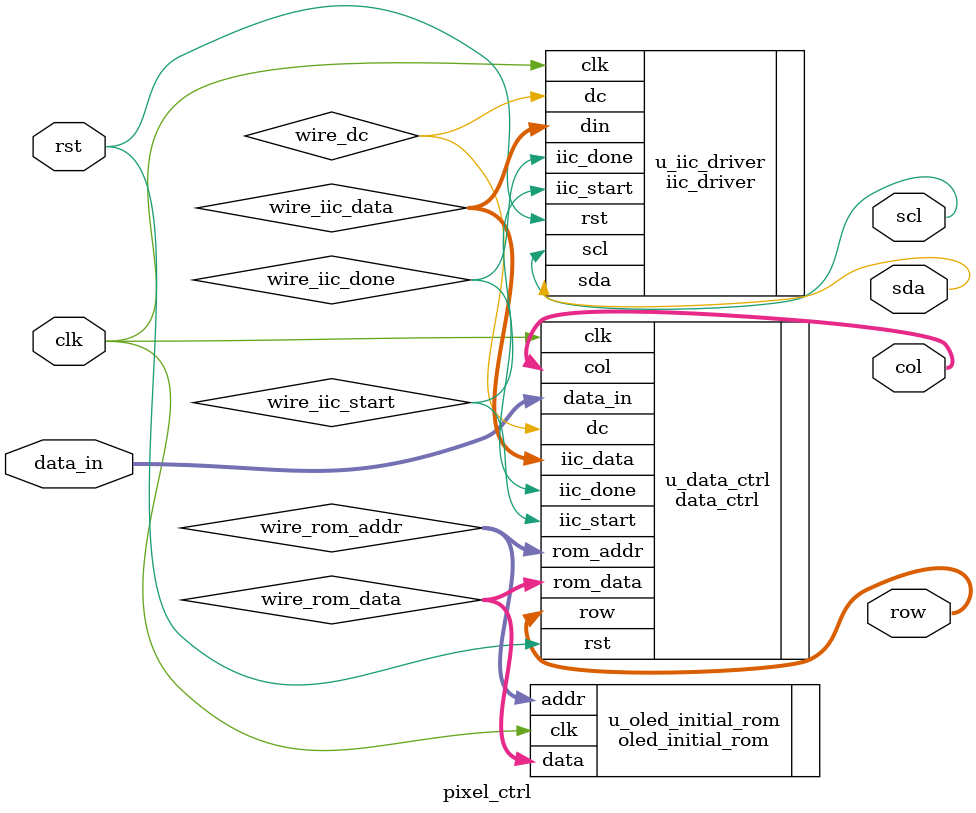
<source format=v>
`timescale 1ns / 1ps


module pixel_ctrl(
	input wire clk,rst,
	input wire [7:0] data_in,
	output wire [6:0] col,
	output wire [2:0] row,
	output wire scl,sda
    );
	
	
	wire [7:0] wire_rom_data;
	wire [5:0] wire_rom_addr;
	wire wire_dc;
	wire [7:0] wire_iic_data;
	wire wire_iic_start;
	wire wire_iic_done;
	
// module data_ctrl(
	// input wire clk,rst,
	// input wire [7:0] rom_data,
	// output wire [5:0] rom_addr,
	// input wire [7:0] data_in,
	// output wire [6:0] col,
	// output wire [2:0] row,
	// input wire iic_done,
	// output wire [7:0] iic_data,
	// output wire dc,
	// output wire iic_start
    // );
	data_ctrl u_data_ctrl(
	.clk(clk),
	.rst(rst),
	.rom_data(wire_rom_data),
	.rom_addr(wire_rom_addr),
	.data_in(data_in),
	.col(col),
	.row(row),
	.iic_done(wire_iic_done),
	.iic_data(wire_iic_data),
	.dc(wire_dc),
	.iic_start(wire_iic_start)
	);
	
	
	// module oled_initial_rom(
	// input wire clk,
	// input wire [5:0] addr,
	// output reg [7:0] data
    // );
	oled_initial_rom u_oled_initial_rom(
	.clk(clk),
	.addr(wire_rom_addr),
	.data(wire_rom_data)
	);
	
	// module iic_driver
// #(parameter SLAVE_ADDR=8'h78)
// (
	// input wire clk,rst,
	// input wire dc,
	// input wire [7:0] din,
	// input wire iic_start,
	// output reg iic_done,
	// output wire scl,sda
    // );
	iic_driver u_iic_driver(
	.clk(clk),
	.rst(rst),
	.dc(wire_dc),
	.din(wire_iic_data),
	.iic_start(wire_iic_start),
	.iic_done(wire_iic_done),
	.scl(scl),
	.sda(sda)
	);
	
endmodule

</source>
